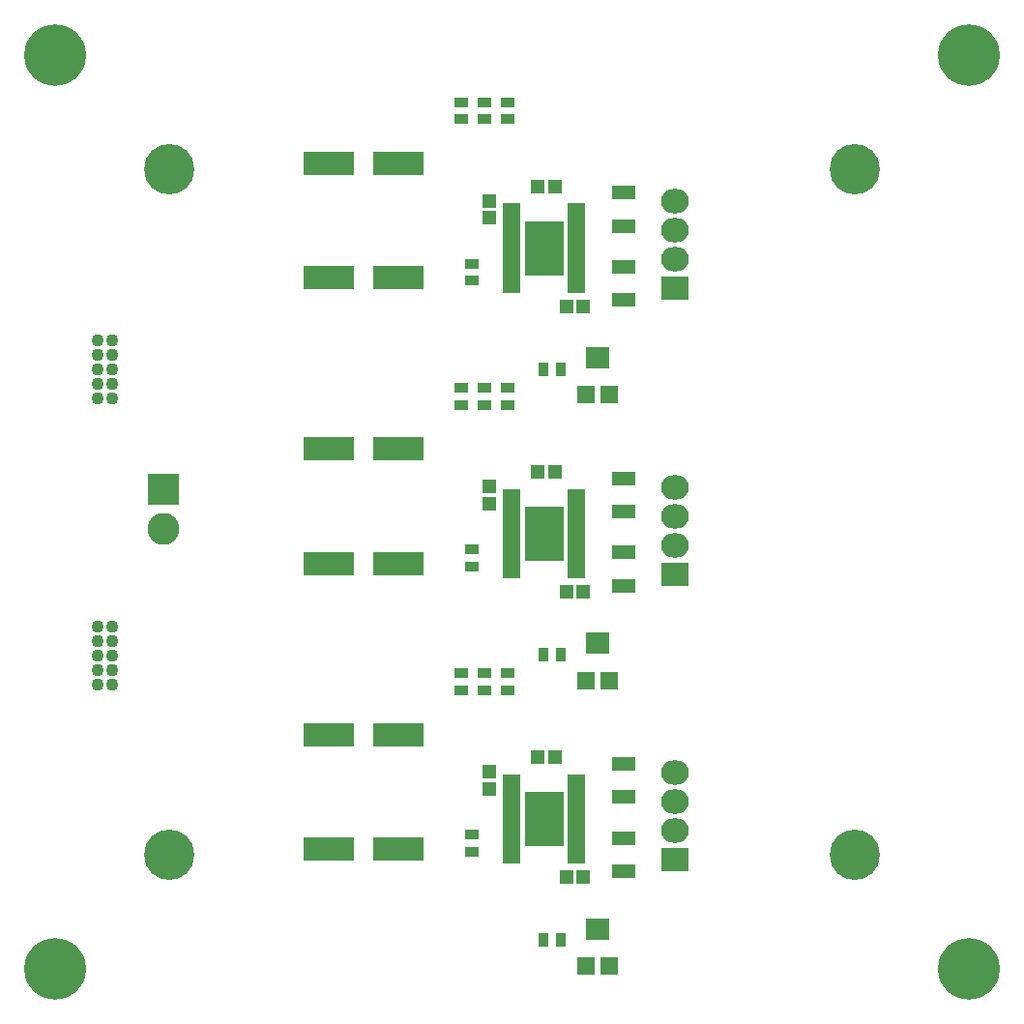
<source format=gbr>
G04 #@! TF.FileFunction,Soldermask,Top*
%FSLAX46Y46*%
G04 Gerber Fmt 4.6, Leading zero omitted, Abs format (unit mm)*
G04 Created by KiCad (PCBNEW (2015-12-07 BZR 6352)-product) date Sun 16 Jul 2017 10:51:14 AM EDT*
%MOMM*%
G01*
G04 APERTURE LIST*
%ADD10C,0.100000*%
%ADD11R,4.400500X2.000200*%
%ADD12R,1.300000X0.900000*%
%ADD13R,1.150000X1.200000*%
%ADD14R,1.200000X1.150000*%
%ADD15R,1.600000X1.600000*%
%ADD16R,2.000000X1.900000*%
%ADD17R,0.900000X1.300000*%
%ADD18R,2.100000X1.300000*%
%ADD19R,1.500000X0.800000*%
%ADD20R,3.400000X4.720000*%
%ADD21R,2.432000X2.127200*%
%ADD22O,2.432000X2.127200*%
%ADD23C,1.100000*%
%ADD24C,4.400000*%
%ADD25C,5.400000*%
%ADD26C,2.800000*%
%ADD27R,2.800000X2.800000*%
G04 APERTURE END LIST*
D10*
D11*
X116050540Y-95500000D03*
X109949460Y-95500000D03*
X116050540Y-70500000D03*
X109949460Y-70500000D03*
D12*
X123573908Y-90112684D03*
X123573908Y-91612684D03*
X121573908Y-90112684D03*
X121573908Y-91612684D03*
D13*
X124000000Y-98750000D03*
X124000000Y-100250000D03*
D12*
X125573908Y-90112684D03*
X125573908Y-91612684D03*
D14*
X129750000Y-97500000D03*
X128250000Y-97500000D03*
D11*
X116050540Y-105500000D03*
X109949460Y-105500000D03*
D15*
X132500000Y-115750000D03*
D16*
X133500000Y-112500000D03*
D15*
X134500000Y-115750000D03*
D17*
X128750000Y-113500000D03*
X130250000Y-113500000D03*
D12*
X122500000Y-104250000D03*
X122500000Y-105750000D03*
D14*
X132250000Y-108000000D03*
X130750000Y-108000000D03*
D18*
X135750000Y-98050000D03*
X135750000Y-100950000D03*
X135750000Y-107450000D03*
X135750000Y-104550000D03*
D19*
X125950000Y-99325000D03*
X125950000Y-99975000D03*
X125950000Y-100625000D03*
X125950000Y-101275000D03*
X125950000Y-101925000D03*
X125950000Y-102575000D03*
X125950000Y-103225000D03*
X125950000Y-103875000D03*
X125950000Y-104525000D03*
X125950000Y-105175000D03*
X125950000Y-105825000D03*
X125950000Y-106475000D03*
X131650000Y-106475000D03*
X131650000Y-105825000D03*
X131650000Y-105175000D03*
X131650000Y-104525000D03*
X131650000Y-103875000D03*
X131650000Y-103225000D03*
X131650000Y-102575000D03*
X131650000Y-101925000D03*
X131650000Y-101275000D03*
X131650000Y-100625000D03*
X131650000Y-99975000D03*
X131650000Y-99325000D03*
D20*
X128800000Y-102900000D03*
D21*
X140250000Y-106435000D03*
D22*
X140250000Y-103895000D03*
X140250000Y-101355000D03*
X140250000Y-98815000D03*
D12*
X123573908Y-65112684D03*
X123573908Y-66612684D03*
X121573908Y-65112684D03*
X121573908Y-66612684D03*
D13*
X124000000Y-73750000D03*
X124000000Y-75250000D03*
D12*
X125573908Y-65112684D03*
X125573908Y-66612684D03*
D14*
X129750000Y-72500000D03*
X128250000Y-72500000D03*
D11*
X116050540Y-80500000D03*
X109949460Y-80500000D03*
D15*
X132500000Y-90750000D03*
D16*
X133500000Y-87500000D03*
D15*
X134500000Y-90750000D03*
D17*
X128750000Y-88500000D03*
X130250000Y-88500000D03*
D12*
X122500000Y-79250000D03*
X122500000Y-80750000D03*
D14*
X132250000Y-83000000D03*
X130750000Y-83000000D03*
D18*
X135750000Y-73050000D03*
X135750000Y-75950000D03*
X135750000Y-82450000D03*
X135750000Y-79550000D03*
D19*
X125950000Y-74325000D03*
X125950000Y-74975000D03*
X125950000Y-75625000D03*
X125950000Y-76275000D03*
X125950000Y-76925000D03*
X125950000Y-77575000D03*
X125950000Y-78225000D03*
X125950000Y-78875000D03*
X125950000Y-79525000D03*
X125950000Y-80175000D03*
X125950000Y-80825000D03*
X125950000Y-81475000D03*
X131650000Y-81475000D03*
X131650000Y-80825000D03*
X131650000Y-80175000D03*
X131650000Y-79525000D03*
X131650000Y-78875000D03*
X131650000Y-78225000D03*
X131650000Y-77575000D03*
X131650000Y-76925000D03*
X131650000Y-76275000D03*
X131650000Y-75625000D03*
X131650000Y-74975000D03*
X131650000Y-74325000D03*
D20*
X128800000Y-77900000D03*
D21*
X140250000Y-81435000D03*
D22*
X140250000Y-78895000D03*
X140250000Y-76355000D03*
X140250000Y-73815000D03*
D19*
X125950000Y-49325000D03*
X125950000Y-49975000D03*
X125950000Y-50625000D03*
X125950000Y-51275000D03*
X125950000Y-51925000D03*
X125950000Y-52575000D03*
X125950000Y-53225000D03*
X125950000Y-53875000D03*
X125950000Y-54525000D03*
X125950000Y-55175000D03*
X125950000Y-55825000D03*
X125950000Y-56475000D03*
X131650000Y-56475000D03*
X131650000Y-55825000D03*
X131650000Y-55175000D03*
X131650000Y-54525000D03*
X131650000Y-53875000D03*
X131650000Y-53225000D03*
X131650000Y-52575000D03*
X131650000Y-51925000D03*
X131650000Y-51275000D03*
X131650000Y-50625000D03*
X131650000Y-49975000D03*
X131650000Y-49325000D03*
D20*
X128800000Y-52900000D03*
D13*
X124000000Y-48750000D03*
X124000000Y-50250000D03*
D14*
X132250000Y-58000000D03*
X130750000Y-58000000D03*
X129750000Y-47500000D03*
X128250000Y-47500000D03*
D12*
X122500000Y-54250000D03*
X122500000Y-55750000D03*
X125573908Y-40112684D03*
X125573908Y-41612684D03*
X123573908Y-40112684D03*
X123573908Y-41612684D03*
X121573908Y-40112684D03*
X121573908Y-41612684D03*
D18*
X135750000Y-57450000D03*
X135750000Y-54550000D03*
X135750000Y-48050000D03*
X135750000Y-50950000D03*
D17*
X128750000Y-63500000D03*
X130250000Y-63500000D03*
D15*
X132500000Y-65750000D03*
D16*
X133500000Y-62500000D03*
D15*
X134500000Y-65750000D03*
D11*
X116050540Y-45500000D03*
X109949460Y-45500000D03*
X116050540Y-55500000D03*
X109949460Y-55500000D03*
D21*
X140250000Y-56435000D03*
D22*
X140250000Y-53895000D03*
X140250000Y-51355000D03*
X140250000Y-48815000D03*
D23*
X89730000Y-86000000D03*
X91000000Y-86000000D03*
X89730000Y-87270000D03*
X91000000Y-87270000D03*
X89730000Y-88540000D03*
X91000000Y-88540000D03*
X89730000Y-89810000D03*
X91000000Y-89810000D03*
X89730000Y-91080000D03*
X91000000Y-91080000D03*
X89730000Y-61000000D03*
X91000000Y-61000000D03*
X89730000Y-62270000D03*
X91000000Y-62270000D03*
X89730000Y-63540000D03*
X91000000Y-63540000D03*
X89730000Y-64810000D03*
X91000000Y-64810000D03*
X89730000Y-66080000D03*
X91000000Y-66080000D03*
D24*
X96000000Y-106000000D03*
X156000000Y-106000000D03*
X156000000Y-46000000D03*
X96000000Y-46000000D03*
D25*
X86000000Y-116000000D03*
X86000000Y-36000000D03*
X166000000Y-36000000D03*
X166000000Y-116000000D03*
D26*
X95500000Y-77500000D03*
D27*
X95500000Y-74000000D03*
M02*

</source>
